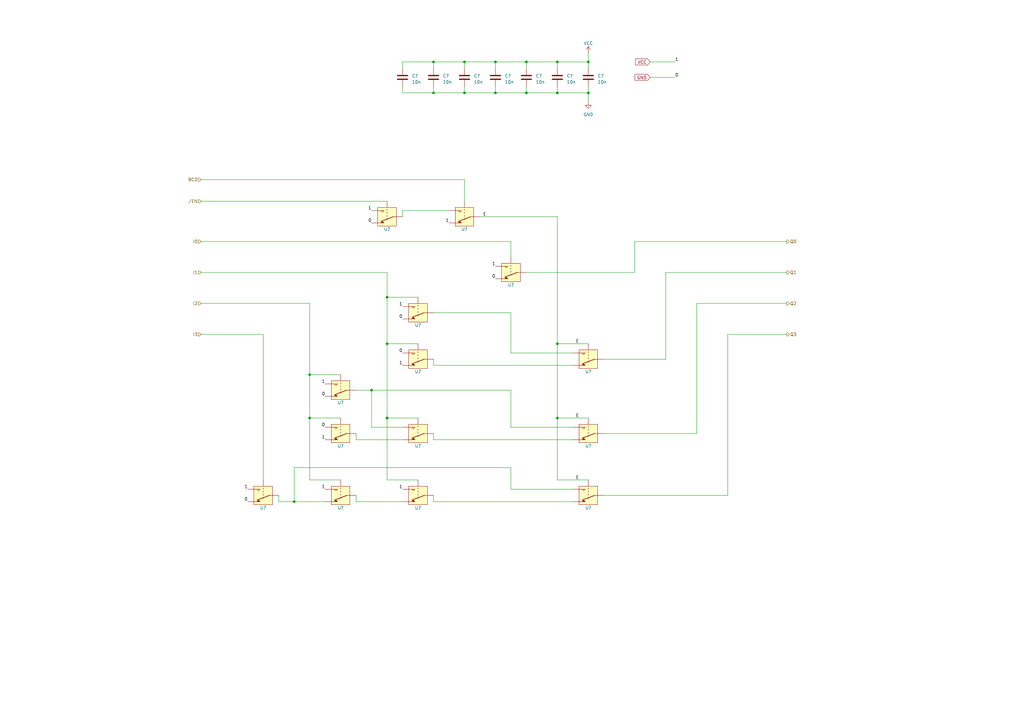
<source format=kicad_sch>
(kicad_sch (version 20230121) (generator eeschema)
  (paper "A3")
  (title_block (title "4 Bit BCD Adjust \"Add 6 Circuit\""))
  (lib_symbols
    (symbol "Device:C" (pin_numbers hide) (pin_names (offset 0.254))
      (property "Reference" "C" (at 0.635 2.54 0))
      (property "Value" "C" (at 0.635 -2.54 0))
      (symbol "C_0_1"
        (polyline (pts (xy -2.032 -0.762) (xy 2.032 -0.762)) (stroke (width 0.508)))
        (polyline (pts (xy -2.032 0.762) (xy 2.032 0.762)) (stroke (width 0.508)))
      )
      (symbol "C_1_1"
        (pin passive line (at 0 3.81 270) (length 2.794) (name "~") (number "1"))
        (pin passive line (at 0 -3.81 90) (length 2.794) (name "~") (number "2"))
      )
    )
    (symbol "MevaLlibreria:1G3157" (pin_numbers hide)
      (property "Reference" "U" (at 0 -5.08 0))
      (symbol "1G3157_0_0"
        (polyline (pts (xy -3.81 2.54) (xy -1.27 2.54) (xy -1.905 1.905) (xy -2.54 2.54)))
      )
      (symbol "1G3157_0_1"
        (rectangle (start -3.81 3.81) (end 3.81 -3.81) (fill (type background)))
        (polyline (pts (xy 0 -0.635) (xy 0 -1.27)))
        (polyline (pts (xy 0 0.635) (xy 0 0)))
        (polyline (pts (xy 0 1.905) (xy 0 1.27)))
        (polyline (pts (xy 0 3.175) (xy 0 2.54)))
        (polyline (pts (xy 2.54 0) (xy -2.54 -1.905)) (stroke (width 0.254)))
        (polyline (pts (xy 3.81 0) (xy 2.54 0)))
        (polyline (pts (xy -3.81 -2.54) (xy -1.27 -2.54) (xy -1.905 -1.905) (xy -2.54 -2.54)) (fill (type outline)))
      )
      (symbol "1G3157_1_1"
        (pin input line (at -6.35 2.54 0) (length 2.54) (name "~") (number "1"))
        (pin power_in line (at 2.54 -2.54 270) (length 2.54) hide (name "GND") (number "2"))
        (pin input line (at -6.35 -2.54 0) (length 2.54) (name "~") (number "3"))
        (pin output line (at 6.35 0 180) (length 2.54) (name "~") (number "4"))
        (pin power_in line (at 2.54 2.54 90) (length 2.54) hide (name "VCC") (number "5"))
        (pin input line (at 0 6.35 270) (length 2.54) (name "~") (number "6"))
      )
    )
    (symbol "power:GND" (power) (pin_names (offset 0))
      (property "Value" "GND" (at 0 -3.81 0))
      (symbol "GND_0_1"
        (polyline (pts (xy 0 0) (xy 0 -1.27) (xy 1.27 -1.27) (xy 0 -2.54) (xy -1.27 -1.27) (xy 0 -1.27)))
      )
      (symbol "GND_1_1"
        (pin power_in line (at 0 0 270) (length 0) hide (name "GND") (number "1"))
      )
    )
    (symbol "power:VCC" (power) (pin_names (offset 0))
      (property "Value" "VCC" (at 0 3.81 0))
      (symbol "VCC_0_1"
        (polyline (pts (xy -0.762 1.27) (xy 0 2.54)))
        (polyline (pts (xy 0 0) (xy 0 2.54)))
        (polyline (pts (xy 0 2.54) (xy 0.762 1.27)))
      )
      (symbol "VCC_1_1"
        (pin power_in line (at 0 0 90) (length 0) hide (name "VCC") (number "1"))
      )
    )
  )
  (junction (at 241.3 38.1))
  (junction (at 190.5 25.4))
  (junction (at 158.75 140.97))
  (junction (at 177.8 38.1))
  (junction (at 120.65 205.74))
  (junction (at 127 153.67))
  (junction (at 215.9 38.1))
  (junction (at 203.2 38.1))
  (junction (at 177.8 25.4))
  (junction (at 127 171.45))
  (junction (at 190.5 38.1))
  (junction (at 203.2 25.4))
  (junction (at 152.4 160.02))
  (junction (at 158.75 171.45))
  (junction (at 241.3 25.4))
  (junction (at 228.6 171.45))
  (junction (at 215.9 25.4))
  (junction (at 228.6 38.1))
  (junction (at 228.6 140.97))
  (junction (at 158.75 121.92))
  (junction (at 228.6 25.4))
  (wire (pts (xy 276.86 25.4) (xy 266.7 25.4)))
  (wire (pts (xy 228.6 171.45) (xy 241.3 171.45)))
  (wire (pts (xy 215.9 111.76) (xy 260.35 111.76)))
  (wire (pts (xy 228.6 88.9) (xy 228.6 140.97)))
  (wire (pts (xy 146.05 177.8) (xy 146.05 180.34)))
  (wire (pts (xy 209.55 128.27) (xy 177.8 128.27)))
  (wire (pts (xy 127 153.67) (xy 139.7 153.67)))
  (wire (pts (xy 209.55 99.06) (xy 209.55 105.41)))
  (wire (pts (xy 146.05 180.34) (xy 165.1 180.34)))
  (wire (pts (xy 177.8 180.34) (xy 177.8 177.8)))
  (wire (pts (xy 285.75 124.46) (xy 285.75 177.8)))
  (wire (pts (xy 228.6 25.4) (xy 241.3 25.4)))
  (wire (pts (xy 114.3 205.74) (xy 114.3 203.2)))
  (wire (pts (xy 158.75 171.45) (xy 171.45 171.45)))
  (wire (pts (xy 203.2 38.1) (xy 203.2 35.56)))
  (wire (pts (xy 228.6 140.97) (xy 241.3 140.97)))
  (wire (pts (xy 190.5 38.1) (xy 190.5 35.56)))
  (wire (pts (xy 241.3 25.4) (xy 241.3 27.94)))
  (wire (pts (xy 228.6 25.4) (xy 228.6 27.94)))
  (wire (pts (xy 190.5 73.66) (xy 190.5 82.55)))
  (wire (pts (xy 171.45 140.97) (xy 158.75 140.97)))
  (wire (pts (xy 120.65 205.74) (xy 133.35 205.74)))
  (wire (pts (xy 158.75 111.76) (xy 158.75 121.92)))
  (wire (pts (xy 209.55 175.26) (xy 234.95 175.26)))
  (wire (pts (xy 215.9 25.4) (xy 228.6 25.4)))
  (wire (pts (xy 177.8 205.74) (xy 234.95 205.74)))
  (wire (pts (xy 177.8 38.1) (xy 190.5 38.1)))
  (wire (pts (xy 146.05 205.74) (xy 165.1 205.74)))
  (wire (pts (xy 165.1 25.4) (xy 177.8 25.4)))
  (wire (pts (xy 177.8 205.74) (xy 177.8 203.2)))
  (wire (pts (xy 209.55 144.78) (xy 234.95 144.78)))
  (wire (pts (xy 196.85 88.9) (xy 228.6 88.9)))
  (wire (pts (xy 215.9 38.1) (xy 228.6 38.1)))
  (wire (pts (xy 177.8 38.1) (xy 177.8 35.56)))
  (wire (pts (xy 127 171.45) (xy 139.7 171.45)))
  (wire (pts (xy 228.6 38.1) (xy 228.6 35.56)))
  (wire (pts (xy 247.65 203.2) (xy 298.45 203.2)))
  (wire (pts (xy 82.55 82.55) (xy 158.75 82.55)))
  (wire (pts (xy 127 124.46) (xy 127 153.67)))
  (wire (pts (xy 120.65 191.77) (xy 209.55 191.77)))
  (wire (pts (xy 209.55 160.02) (xy 209.55 175.26)))
  (wire (pts (xy 146.05 160.02) (xy 152.4 160.02)))
  (wire (pts (xy 127 171.45) (xy 127 196.85)))
  (wire (pts (xy 177.8 25.4) (xy 177.8 27.94)))
  (wire (pts (xy 82.55 137.16) (xy 107.95 137.16)))
  (wire (pts (xy 203.2 25.4) (xy 215.9 25.4)))
  (wire (pts (xy 120.65 191.77) (xy 120.65 205.74)))
  (wire (pts (xy 215.9 38.1) (xy 215.9 35.56)))
  (wire (pts (xy 152.4 175.26) (xy 165.1 175.26)))
  (wire (pts (xy 247.65 147.32) (xy 273.05 147.32)))
  (wire (pts (xy 165.1 88.9) (xy 165.1 86.36)))
  (wire (pts (xy 158.75 121.92) (xy 158.75 140.97)))
  (wire (pts (xy 158.75 140.97) (xy 158.75 171.45)))
  (wire (pts (xy 177.8 149.86) (xy 234.95 149.86)))
  (wire (pts (xy 82.55 99.06) (xy 209.55 99.06)))
  (wire (pts (xy 276.86 31.75) (xy 266.7 31.75)))
  (wire (pts (xy 203.2 25.4) (xy 203.2 27.94)))
  (wire (pts (xy 228.6 140.97) (xy 228.6 171.45)))
  (wire (pts (xy 146.05 203.2) (xy 146.05 205.74)))
  (wire (pts (xy 165.1 38.1) (xy 165.1 35.56)))
  (wire (pts (xy 152.4 160.02) (xy 209.55 160.02)))
  (wire (pts (xy 152.4 160.02) (xy 152.4 175.26)))
  (wire (pts (xy 298.45 137.16) (xy 322.58 137.16)))
  (wire (pts (xy 177.8 147.32) (xy 177.8 149.86)))
  (wire (pts (xy 209.55 200.66) (xy 234.95 200.66)))
  (wire (pts (xy 127 153.67) (xy 127 171.45)))
  (wire (pts (xy 165.1 86.36) (xy 184.15 86.36)))
  (wire (pts (xy 298.45 137.16) (xy 298.45 203.2)))
  (wire (pts (xy 285.75 124.46) (xy 322.58 124.46)))
  (wire (pts (xy 241.3 21.59) (xy 241.3 25.4)))
  (wire (pts (xy 158.75 121.92) (xy 171.45 121.92)))
  (wire (pts (xy 228.6 196.85) (xy 241.3 196.85)))
  (wire (pts (xy 82.55 73.66) (xy 190.5 73.66)))
  (wire (pts (xy 247.65 177.8) (xy 285.75 177.8)))
  (wire (pts (xy 228.6 171.45) (xy 228.6 196.85)))
  (wire (pts (xy 260.35 111.76) (xy 260.35 99.06)))
  (wire (pts (xy 273.05 111.76) (xy 322.58 111.76)))
  (wire (pts (xy 158.75 171.45) (xy 158.75 196.85)))
  (wire (pts (xy 241.3 38.1) (xy 228.6 38.1)))
  (wire (pts (xy 215.9 25.4) (xy 215.9 27.94)))
  (wire (pts (xy 203.2 38.1) (xy 215.9 38.1)))
  (wire (pts (xy 114.3 205.74) (xy 120.65 205.74)))
  (wire (pts (xy 241.3 38.1) (xy 241.3 35.56)))
  (wire (pts (xy 127 196.85) (xy 139.7 196.85)))
  (wire (pts (xy 209.55 144.78) (xy 209.55 128.27)))
  (wire (pts (xy 82.55 124.46) (xy 127 124.46)))
  (wire (pts (xy 158.75 196.85) (xy 171.45 196.85)))
  (wire (pts (xy 177.8 180.34) (xy 234.95 180.34)))
  (wire (pts (xy 165.1 38.1) (xy 177.8 38.1)))
  (wire (pts (xy 273.05 147.32) (xy 273.05 111.76)))
  (wire (pts (xy 203.2 38.1) (xy 190.5 38.1)))
  (wire (pts (xy 190.5 25.4) (xy 190.5 27.94)))
  (wire (pts (xy 82.55 111.76) (xy 158.75 111.76)))
  (wire (pts (xy 190.5 25.4) (xy 203.2 25.4)))
  (wire (pts (xy 209.55 191.77) (xy 209.55 200.66)))
  (wire (pts (xy 241.3 38.1) (xy 241.3 41.91)))
  (wire (pts (xy 107.95 137.16) (xy 107.95 196.85)))
  (wire (pts (xy 260.35 99.06) (xy 322.58 99.06)))
  (wire (pts (xy 165.1 25.4) (xy 165.1 27.94)))
  (wire (pts (xy 177.8 25.4) (xy 190.5 25.4)))
  (label "1" (at 152.4 86.36 180))
  (label "1" (at 133.35 200.66 180))
  (label "1" (at 133.35 180.34 180))
  (label "0" (at 133.35 175.26 180))
  (label "0" (at 203.2 114.3 180))
  (label "E" (at 237.49 196.85 180))
  (label "1" (at 133.35 157.48 180))
  (label "1" (at 101.6 200.66 180))
  (label "0" (at 152.4 91.44 180))
  (label "0" (at 133.35 162.56 180))
  (label "E" (at 198.12 88.9 0))
  (label "1" (at 165.1 200.66 180))
  (label "0" (at 276.86 31.75 0))
  (label "1" (at 165.1 149.86 180))
  (label "0" (at 165.1 144.78 180))
  (label "0" (at 165.1 130.81 180))
  (label "E" (at 237.49 171.45 180))
  (label "E" (at 237.49 140.97 180))
  (label "1" (at 184.15 91.44 180))
  (label "1" (at 165.1 125.73 180))
  (label "1" (at 203.2 109.22 180))
  (label "1" (at 276.86 25.4 0))
  (label "0" (at 101.6 205.74 180))
  (global_label "VCC" (shape input) (at 266.7 25.4 180) (property "Intersheetrefs" "${INTERSHEET_REFS}" (effects hide)))
  (global_label "GND" (shape input) (at 266.7 31.75 180) (property "Intersheetrefs" "${INTERSHEET_REFS}" (effects hide)))
  (hierarchical_label "I3" (shape input) (at 82.55 137.16 180))
  (hierarchical_label "{slash}EN" (shape input) (at 82.55 82.55 180))
  (hierarchical_label "Q0" (shape output) (at 322.58 99.06 0))
  (hierarchical_label "I1" (shape input) (at 82.55 111.76 180))
  (hierarchical_label "Q3" (shape output) (at 322.58 137.16 0))
  (hierarchical_label "I0" (shape input) (at 82.55 99.06 180))
  (hierarchical_label "Q2" (shape output) (at 322.58 124.46 0))
  (hierarchical_label "Q1" (shape output) (at 322.58 111.76 0))
  (hierarchical_label "I2" (shape input) (at 82.55 124.46 180))
  (hierarchical_label "BCD" (shape input) (at 82.55 73.66 180))
  (symbol (lib_id "MevaLlibreria:1G3157") (at 171.45 147.32 0) (unit 1)
    (property "Reference" "U?" (at 171.45 152.4 0))
    (property "Value" "1G3157" (effects hide))
    (property "Footprint" "Package_TO_SOT_SMD:SOT-23-6" (effects hide))
    (property "Datasheet" "https://www.ti.com/lit/ds/symlink/sn74lvc1g3157.pdf" (effects hide))
    (property "Sim.Name" "74LVC1G3157" (effects hide))
    (property "Sim.Library" "../SpiceModelsGlobal/AnalogSPDT.txt" (effects hide))
    (property "Sim.Device" "SUBCKT" (effects hide))
    (property "Sim.Pins" "1=1 3=3 4=4 5=5 6=6" (effects hide))
    (property "Manufacturer" "Texas Instruments" (effects hide))
    (property "Part Number" "SN74LVC1G3157DBVR" (effects hide))
    (instances (project "MiniCalc_A" (path "" (reference "U?") (unit 1)) (path "" (reference "U?") (unit 1)) (path "" (reference "U86") (unit 1))) (project "MiniCalc_X" (path "" (reference "U?") (unit 1))))
  )
  (symbol (lib_id "Device:C") (at 203.2 31.75 0) (unit 1)
    (property "Reference" "C?" (at 207.01 31.115 0) (effects (justify left)))
    (property "Value" "10n" (at 207.01 33.655 0) (effects (justify left)))
    (property "Footprint" "Capacitor_SMD:C_0603_1608Metric" (effects hide))
    (instances (project "MiniCalc_A" (path "" (reference "C?") (unit 1)) (path "" (reference "C?") (unit 1)) (path "" (reference "C?") (unit 1)) (path "" (reference "C?") (unit 1)) (path "" (reference "C?") (unit 1)) (path "" (reference "C46") (unit 1))) (project "MiniCalc_X" (path "" (reference "C?") (unit 1)) (path "" (reference "C?") (unit 1)) (path "" (reference "C?") (unit 1)) (path "" (reference "C?") (unit 1))))
  )
  (symbol (lib_id "Device:C") (at 228.6 31.75 0) (unit 1)
    (property "Reference" "C?" (at 232.41 31.115 0) (effects (justify left)))
    (property "Value" "10n" (at 232.41 33.655 0) (effects (justify left)))
    (property "Footprint" "Capacitor_SMD:C_0603_1608Metric" (effects hide))
    (instances (project "MiniCalc_A" (path "" (reference "C?") (unit 1)) (path "" (reference "C?") (unit 1)) (path "" (reference "C?") (unit 1)) (path "" (reference "C?") (unit 1)) (path "" (reference "C?") (unit 1)) (path "" (reference "C48") (unit 1))) (project "MiniCalc_X" (path "" (reference "C?") (unit 1)) (path "" (reference "C?") (unit 1)) (path "" (reference "C?") (unit 1)) (path "" (reference "C?") (unit 1))))
  )
  (symbol (lib_id "MevaLlibreria:1G3157") (at 139.7 203.2 0) (unit 1)
    (property "Reference" "U?" (at 139.7 208.28 0))
    (property "Value" "1G3157" (effects hide))
    (property "Footprint" "Package_TO_SOT_SMD:SOT-23-6" (effects hide))
    (property "Datasheet" "https://www.ti.com/lit/ds/symlink/sn74lvc1g3157.pdf" (effects hide))
    (property "Sim.Name" "74LVC1G3157" (effects hide))
    (property "Sim.Library" "../SpiceModelsGlobal/AnalogSPDT.txt" (effects hide))
    (property "Sim.Device" "SUBCKT" (effects hide))
    (property "Sim.Pins" "1=1 3=3 4=4 5=5 6=6" (effects hide))
    (property "Manufacturer" "Texas Instruments" (effects hide))
    (property "Part Number" "SN74LVC1G3157DBVR" (effects hide))
    (instances (project "MiniCalc_A" (path "" (reference "U?") (unit 1)) (path "" (reference "U?") (unit 1)) (path "" (reference "U83") (unit 1))) (project "MiniCalc_X" (path "" (reference "U?") (unit 1))))
  )
  (symbol (lib_id "MevaLlibreria:1G3157") (at 139.7 177.8 0) (unit 1)
    (property "Reference" "U?" (at 139.7 182.88 0))
    (property "Value" "1G3157" (effects hide))
    (property "Footprint" "Package_TO_SOT_SMD:SOT-23-6" (effects hide))
    (property "Datasheet" "https://www.ti.com/lit/ds/symlink/sn74lvc1g3157.pdf" (effects hide))
    (property "Sim.Name" "74LVC1G3157" (effects hide))
    (property "Sim.Library" "../SpiceModelsGlobal/AnalogSPDT.txt" (effects hide))
    (property "Sim.Device" "SUBCKT" (effects hide))
    (property "Sim.Pins" "1=1 3=3 4=4 5=5 6=6" (effects hide))
    (property "Manufacturer" "Texas Instruments" (effects hide))
    (property "Part Number" "SN74LVC1G3157DBVR" (effects hide))
    (instances (project "MiniCalc_A" (path "" (reference "U?") (unit 1)) (path "" (reference "U?") (unit 1)) (path "" (reference "U82") (unit 1))) (project "MiniCalc_X" (path "" (reference "U?") (unit 1))))
  )
  (symbol (lib_id "MevaLlibreria:1G3157") (at 241.3 177.8 0) (unit 1)
    (property "Reference" "U?" (at 241.3 182.88 0))
    (property "Value" "1G3157" (effects hide))
    (property "Footprint" "Package_TO_SOT_SMD:SOT-23-6" (effects hide))
    (property "Datasheet" "https://www.ti.com/lit/ds/symlink/sn74lvc1g3157.pdf" (effects hide))
    (property "Sim.Name" "74LVC1G3157" (effects hide))
    (property "Sim.Library" "../SpiceModelsGlobal/AnalogSPDT.txt" (effects hide))
    (property "Sim.Device" "SUBCKT" (effects hide))
    (property "Sim.Pins" "1=1 3=3 4=4 5=5 6=6" (effects hide))
    (property "Manufacturer" "Texas Instruments" (effects hide))
    (property "Part Number" "SN74LVC1G3157DBVR" (effects hide))
    (instances (project "MiniCalc_A" (path "" (reference "U?") (unit 1)) (path "" (reference "U?") (unit 1)) (path "" (reference "U92") (unit 1))) (project "MiniCalc_X" (path "" (reference "U?") (unit 1))))
  )
  (symbol (lib_id "power:GND") (at 241.3 41.91 0) (unit 1)
    (property "Reference" "#PWR?" (effects hide))
    (property "Value" "GND" (at 241.3 46.99 0))
    (instances (project "MiniCalc_A" (path "" (reference "#PWR?") (unit 1)) (path "" (reference "#PWR?") (unit 1)) (path "" (reference "#PWR?") (unit 1)) (path "" (reference "#PWR?") (unit 1)) (path "" (reference "#PWR?") (unit 1)) (path "" (reference "#PWR070") (unit 1))) (project "MiniCalc_X" (path "" (reference "#PWR?") (unit 1)) (path "" (reference "#PWR?") (unit 1)) (path "" (reference "#PWR?") (unit 1)) (path "" (reference "#PWR?") (unit 1))))
  )
  (symbol (lib_id "power:VCC") (at 241.3 21.59 0) (unit 1)
    (property "Reference" "#PWR?" (effects hide))
    (property "Value" "VCC" (at 241.3 17.78 0))
    (instances (project "MiniCalc_A" (path "" (reference "#PWR?") (unit 1)) (path "" (reference "#PWR?") (unit 1)) (path "" (reference "#PWR?") (unit 1)) (path "" (reference "#PWR?") (unit 1)) (path "" (reference "#PWR?") (unit 1)) (path "" (reference "#PWR069") (unit 1))) (project "MiniCalc_X" (path "" (reference "#PWR?") (unit 1)) (path "" (reference "#PWR?") (unit 1)) (path "" (reference "#PWR?") (unit 1)) (path "" (reference "#PWR?") (unit 1))))
  )
  (symbol (lib_id "Device:C") (at 165.1 31.75 0) (unit 1)
    (property "Reference" "C?" (at 168.91 31.115 0) (effects (justify left)))
    (property "Value" "10n" (at 168.91 33.655 0) (effects (justify left)))
    (property "Footprint" "Capacitor_SMD:C_0603_1608Metric" (effects hide))
    (instances (project "MiniCalc_A" (path "" (reference "C?") (unit 1)) (path "" (reference "C?") (unit 1)) (path "" (reference "C?") (unit 1)) (path "" (reference "C?") (unit 1)) (path "" (reference "C?") (unit 1)) (path "" (reference "C43") (unit 1))) (project "MiniCalc_X" (path "" (reference "C?") (unit 1)) (path "" (reference "C?") (unit 1)) (path "" (reference "C?") (unit 1)) (path "" (reference "C?") (unit 1))))
  )
  (symbol (lib_id "MevaLlibreria:1G3157") (at 107.95 203.2 0) (unit 1)
    (property "Reference" "U?" (at 107.95 208.28 0))
    (property "Value" "1G3157" (effects hide))
    (property "Footprint" "Package_TO_SOT_SMD:SOT-23-6" (effects hide))
    (property "Datasheet" "https://www.ti.com/lit/ds/symlink/sn74lvc1g3157.pdf" (effects hide))
    (property "Sim.Name" "74LVC1G3157" (effects hide))
    (property "Sim.Library" "../SpiceModelsGlobal/AnalogSPDT.txt" (effects hide))
    (property "Sim.Device" "SUBCKT" (effects hide))
    (property "Sim.Pins" "1=1 3=3 4=4 5=5 6=6" (effects hide))
    (property "Manufacturer" "Texas Instruments" (effects hide))
    (property "Part Number" "SN74LVC1G3157DBVR" (effects hide))
    (instances (project "MiniCalc_A" (path "" (reference "U?") (unit 1)) (path "" (reference "U?") (unit 1)) (path "" (reference "U80") (unit 1))) (project "MiniCalc_X" (path "" (reference "U?") (unit 1))))
  )
  (symbol (lib_id "MevaLlibreria:1G3157") (at 171.45 203.2 0) (unit 1)
    (property "Reference" "U?" (at 171.45 208.28 0))
    (property "Value" "1G3157" (effects hide))
    (property "Footprint" "Package_TO_SOT_SMD:SOT-23-6" (effects hide))
    (property "Datasheet" "https://www.ti.com/lit/ds/symlink/sn74lvc1g3157.pdf" (effects hide))
    (property "Sim.Name" "74LVC1G3157" (effects hide))
    (property "Sim.Library" "../SpiceModelsGlobal/AnalogSPDT.txt" (effects hide))
    (property "Sim.Device" "SUBCKT" (effects hide))
    (property "Sim.Pins" "1=1 3=3 4=4 5=5 6=6" (effects hide))
    (property "Manufacturer" "Texas Instruments" (effects hide))
    (property "Part Number" "SN74LVC1G3157DBVR" (effects hide))
    (instances (project "MiniCalc_A" (path "" (reference "U?") (unit 1)) (path "" (reference "U?") (unit 1)) (path "" (reference "U88") (unit 1))) (project "MiniCalc_X" (path "" (reference "U?") (unit 1))))
  )
  (symbol (lib_id "MevaLlibreria:1G3157") (at 241.3 147.32 0) (unit 1)
    (property "Reference" "U?" (at 241.3 152.4 0))
    (property "Value" "1G3157" (effects hide))
    (property "Footprint" "Package_TO_SOT_SMD:SOT-23-6" (effects hide))
    (property "Datasheet" "https://www.ti.com/lit/ds/symlink/sn74lvc1g3157.pdf" (effects hide))
    (property "Sim.Name" "74LVC1G3157" (effects hide))
    (property "Sim.Library" "../SpiceModelsGlobal/AnalogSPDT.txt" (effects hide))
    (property "Sim.Device" "SUBCKT" (effects hide))
    (property "Sim.Pins" "1=1 3=3 4=4 5=5 6=6" (effects hide))
    (property "Manufacturer" "Texas Instruments" (effects hide))
    (property "Part Number" "SN74LVC1G3157DBVR" (effects hide))
    (instances (project "MiniCalc_A" (path "" (reference "U?") (unit 1)) (path "" (reference "U?") (unit 1)) (path "" (reference "U91") (unit 1))) (project "MiniCalc_X" (path "" (reference "U?") (unit 1))))
  )
  (symbol (lib_id "Device:C") (at 241.3 31.75 0) (unit 1)
    (property "Reference" "C?" (at 245.11 31.115 0) (effects (justify left)))
    (property "Value" "10n" (at 245.11 33.655 0) (effects (justify left)))
    (property "Footprint" "Capacitor_SMD:C_0603_1608Metric" (effects hide))
    (instances (project "MiniCalc_A" (path "" (reference "C?") (unit 1)) (path "" (reference "C?") (unit 1)) (path "" (reference "C?") (unit 1)) (path "" (reference "C?") (unit 1)) (path "" (reference "C?") (unit 1)) (path "" (reference "C49") (unit 1))) (project "MiniCalc_X" (path "" (reference "C?") (unit 1)) (path "" (reference "C?") (unit 1)) (path "" (reference "C?") (unit 1)) (path "" (reference "C?") (unit 1))))
  )
  (symbol (lib_id "Device:C") (at 190.5 31.75 0) (unit 1)
    (property "Reference" "C?" (at 194.31 31.115 0) (effects (justify left)))
    (property "Value" "10n" (at 194.31 33.655 0) (effects (justify left)))
    (property "Footprint" "Capacitor_SMD:C_0603_1608Metric" (effects hide))
    (instances (project "MiniCalc_A" (path "" (reference "C?") (unit 1)) (path "" (reference "C?") (unit 1)) (path "" (reference "C?") (unit 1)) (path "" (reference "C?") (unit 1)) (path "" (reference "C?") (unit 1)) (path "" (reference "C45") (unit 1))) (project "MiniCalc_X" (path "" (reference "C?") (unit 1)) (path "" (reference "C?") (unit 1)) (path "" (reference "C?") (unit 1)) (path "" (reference "C?") (unit 1))))
  )
  (symbol (lib_id "Device:C") (at 215.9 31.75 0) (unit 1)
    (property "Reference" "C?" (at 219.71 31.115 0) (effects (justify left)))
    (property "Value" "10n" (at 219.71 33.655 0) (effects (justify left)))
    (property "Footprint" "Capacitor_SMD:C_0603_1608Metric" (effects hide))
    (instances (project "MiniCalc_A" (path "" (reference "C?") (unit 1)) (path "" (reference "C?") (unit 1)) (path "" (reference "C?") (unit 1)) (path "" (reference "C?") (unit 1)) (path "" (reference "C?") (unit 1)) (path "" (reference "C47") (unit 1))) (project "MiniCalc_X" (path "" (reference "C?") (unit 1)) (path "" (reference "C?") (unit 1)) (path "" (reference "C?") (unit 1)) (path "" (reference "C?") (unit 1))))
  )
  (symbol (lib_id "MevaLlibreria:1G3157") (at 209.55 111.76 0) (unit 1)
    (property "Reference" "U?" (at 209.55 116.84 0))
    (property "Value" "1G3157" (effects hide))
    (property "Footprint" "Package_TO_SOT_SMD:SOT-23-6" (effects hide))
    (property "Datasheet" "https://www.ti.com/lit/ds/symlink/sn74lvc1g3157.pdf" (effects hide))
    (property "Sim.Name" "74LVC1G3157" (effects hide))
    (property "Sim.Library" "../SpiceModelsGlobal/AnalogSPDT.txt" (effects hide))
    (property "Sim.Device" "SUBCKT" (effects hide))
    (property "Sim.Pins" "1=1 3=3 4=4 5=5 6=6" (effects hide))
    (property "Manufacturer" "Texas Instruments" (effects hide))
    (property "Part Number" "SN74LVC1G3157DBVR" (effects hide))
    (instances (project "MiniCalc_A" (path "" (reference "U?") (unit 1)) (path "" (reference "U?") (unit 1)) (path "" (reference "U90") (unit 1))) (project "MiniCalc_X" (path "" (reference "U?") (unit 1))))
  )
  (symbol (lib_id "MevaLlibreria:1G3157") (at 171.45 128.27 0) (unit 1)
    (property "Reference" "U?" (at 171.45 133.35 0))
    (property "Value" "1G3157" (effects hide))
    (property "Footprint" "Package_TO_SOT_SMD:SOT-23-6" (effects hide))
    (property "Datasheet" "https://www.ti.com/lit/ds/symlink/sn74lvc1g3157.pdf" (effects hide))
    (property "Sim.Name" "74LVC1G3157" (effects hide))
    (property "Sim.Library" "../SpiceModelsGlobal/AnalogSPDT.txt" (effects hide))
    (property "Sim.Device" "SUBCKT" (effects hide))
    (property "Sim.Pins" "1=1 3=3 4=4 5=5 6=6" (effects hide))
    (property "Manufacturer" "Texas Instruments" (effects hide))
    (property "Part Number" "SN74LVC1G3157DBVR" (effects hide))
    (instances (project "MiniCalc_A" (path "" (reference "U?") (unit 1)) (path "" (reference "U?") (unit 1)) (path "" (reference "U85") (unit 1))) (project "MiniCalc_X" (path "" (reference "U?") (unit 1))))
  )
  (symbol (lib_id "MevaLlibreria:1G3157") (at 139.7 160.02 0) (unit 1)
    (property "Reference" "U?" (at 139.7 165.1 0))
    (property "Value" "1G3157" (effects hide))
    (property "Footprint" "Package_TO_SOT_SMD:SOT-23-6" (effects hide))
    (property "Datasheet" "https://www.ti.com/lit/ds/symlink/sn74lvc1g3157.pdf" (effects hide))
    (property "Sim.Name" "74LVC1G3157" (effects hide))
    (property "Sim.Library" "../SpiceModelsGlobal/AnalogSPDT.txt" (effects hide))
    (property "Sim.Device" "SUBCKT" (effects hide))
    (property "Sim.Pins" "1=1 3=3 4=4 5=5 6=6" (effects hide))
    (property "Manufacturer" "Texas Instruments" (effects hide))
    (property "Part Number" "SN74LVC1G3157DBVR" (effects hide))
    (instances (project "MiniCalc_A" (path "" (reference "U?") (unit 1)) (path "" (reference "U?") (unit 1)) (path "" (reference "U81") (unit 1))) (project "MiniCalc_X" (path "" (reference "U?") (unit 1))))
  )
  (symbol (lib_id "MevaLlibreria:1G3157") (at 171.45 177.8 0) (unit 1)
    (property "Reference" "U?" (at 171.45 182.88 0))
    (property "Value" "1G3157" (effects hide))
    (property "Footprint" "Package_TO_SOT_SMD:SOT-23-6" (effects hide))
    (property "Datasheet" "https://www.ti.com/lit/ds/symlink/sn74lvc1g3157.pdf" (effects hide))
    (property "Sim.Name" "74LVC1G3157" (effects hide))
    (property "Sim.Library" "../SpiceModelsGlobal/AnalogSPDT.txt" (effects hide))
    (property "Sim.Device" "SUBCKT" (effects hide))
    (property "Sim.Pins" "1=1 3=3 4=4 5=5 6=6" (effects hide))
    (property "Manufacturer" "Texas Instruments" (effects hide))
    (property "Part Number" "SN74LVC1G3157DBVR" (effects hide))
    (instances (project "MiniCalc_A" (path "" (reference "U?") (unit 1)) (path "" (reference "U?") (unit 1)) (path "" (reference "U87") (unit 1))) (project "MiniCalc_X" (path "" (reference "U?") (unit 1))))
  )
  (symbol (lib_id "MevaLlibreria:1G3157") (at 190.5 88.9 0) (unit 1)
    (property "Reference" "U?" (at 190.5 93.98 0))
    (property "Value" "1G3157" (effects hide))
    (property "Footprint" "Package_TO_SOT_SMD:SOT-23-6" (effects hide))
    (property "Datasheet" "https://www.ti.com/lit/ds/symlink/sn74lvc1g3157.pdf" (effects hide))
    (property "Sim.Name" "74LVC1G3157" (effects hide))
    (property "Sim.Library" "../SpiceModelsGlobal/AnalogSPDT.txt" (effects hide))
    (property "Sim.Device" "SUBCKT" (effects hide))
    (property "Sim.Pins" "1=1 3=3 4=4 5=5 6=6" (effects hide))
    (property "Manufacturer" "Texas Instruments" (effects hide))
    (property "Part Number" "SN74LVC1G3157DBVR" (effects hide))
    (instances (project "MiniCalc_A" (path "" (reference "U?") (unit 1)) (path "" (reference "U?") (unit 1)) (path "" (reference "U89") (unit 1))) (project "MiniCalc_X" (path "" (reference "U?") (unit 1))))
  )
  (symbol (lib_id "Device:C") (at 177.8 31.75 0) (unit 1)
    (property "Reference" "C?" (at 181.61 31.115 0) (effects (justify left)))
    (property "Value" "10n" (at 181.61 33.655 0) (effects (justify left)))
    (property "Footprint" "Capacitor_SMD:C_0603_1608Metric" (effects hide))
    (instances (project "MiniCalc_A" (path "" (reference "C?") (unit 1)) (path "" (reference "C?") (unit 1)) (path "" (reference "C?") (unit 1)) (path "" (reference "C?") (unit 1)) (path "" (reference "C?") (unit 1)) (path "" (reference "C44") (unit 1))) (project "MiniCalc_X" (path "" (reference "C?") (unit 1)) (path "" (reference "C?") (unit 1)) (path "" (reference "C?") (unit 1)) (path "" (reference "C?") (unit 1))))
  )
  (symbol (lib_id "MevaLlibreria:1G3157") (at 241.3 203.2 0) (unit 1)
    (property "Reference" "U?" (at 241.3 208.28 0))
    (property "Value" "1G3157" (effects hide))
    (property "Footprint" "Package_TO_SOT_SMD:SOT-23-6" (effects hide))
    (property "Datasheet" "https://www.ti.com/lit/ds/symlink/sn74lvc1g3157.pdf" (effects hide))
    (property "Sim.Name" "74LVC1G3157" (effects hide))
    (property "Sim.Library" "../SpiceModelsGlobal/AnalogSPDT.txt" (effects hide))
    (property "Sim.Device" "SUBCKT" (effects hide))
    (property "Sim.Pins" "1=1 3=3 4=4 5=5 6=6" (effects hide))
    (property "Manufacturer" "Texas Instruments" (effects hide))
    (property "Part Number" "SN74LVC1G3157DBVR" (effects hide))
    (instances (project "MiniCalc_A" (path "" (reference "U?") (unit 1)) (path "" (reference "U?") (unit 1)) (path "" (reference "U93") (unit 1))) (project "MiniCalc_X" (path "" (reference "U?") (unit 1))))
  )
  (symbol (lib_id "MevaLlibreria:1G3157") (at 158.75 88.9 0) (unit 1)
    (property "Reference" "U?" (at 158.75 93.98 0))
    (property "Value" "1G3157" (effects hide))
    (property "Footprint" "Package_TO_SOT_SMD:SOT-23-6" (effects hide))
    (property "Datasheet" "https://www.ti.com/lit/ds/symlink/sn74lvc1g3157.pdf" (effects hide))
    (property "Sim.Name" "74LVC1G3157" (effects hide))
    (property "Sim.Library" "../SpiceModelsGlobal/AnalogSPDT.txt" (effects hide))
    (property "Sim.Device" "SUBCKT" (effects hide))
    (property "Sim.Pins" "1=1 3=3 4=4 5=5 6=6" (effects hide))
    (property "Manufacturer" "Texas Instruments" (effects hide))
    (property "Part Number" "SN74LVC1G3157DBVR" (effects hide))
    (instances (project "MiniCalc_A" (path "" (reference "U?") (unit 1)) (path "" (reference "U?") (unit 1)) (path "" (reference "U84") (unit 1))) (project "MiniCalc_X" (path "" (reference "U?") (unit 1))))
  )
)
</source>
